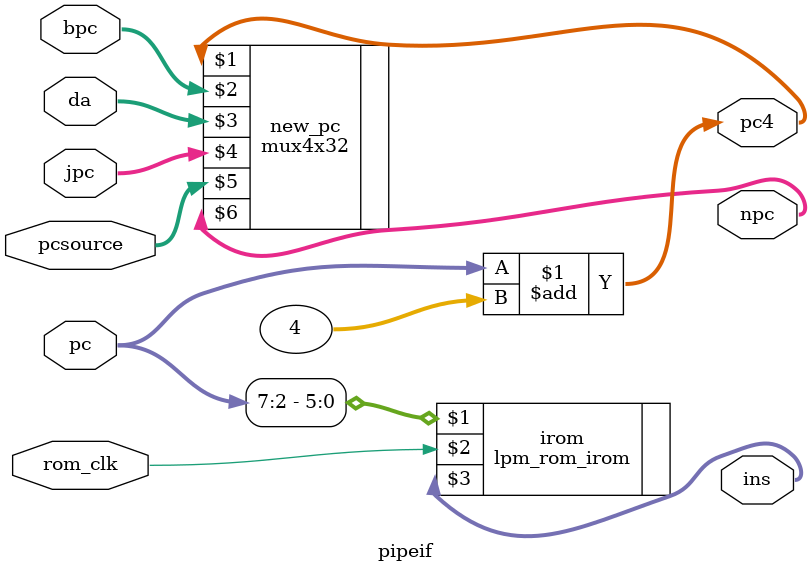
<source format=v>
module pipeif( pcsource,pc,bpc,da,jpc,npc,pc4,ins,rom_clk );
	input [31:0] pc, bpc, da, jpc;
	input [1:0] pcsource;
	input rom_clk;
	output [31:0] npc, pc4, ins;
	
	wire [31:0] npc, pc4, ins;
	lpm_rom_irom irom(pc[7:2], rom_clk, ins);

	assign pc4 = pc + 32'h4;

	mux4x32 new_pc(pc4,bpc,da,jpc,pcsource,npc);
endmodule

</source>
